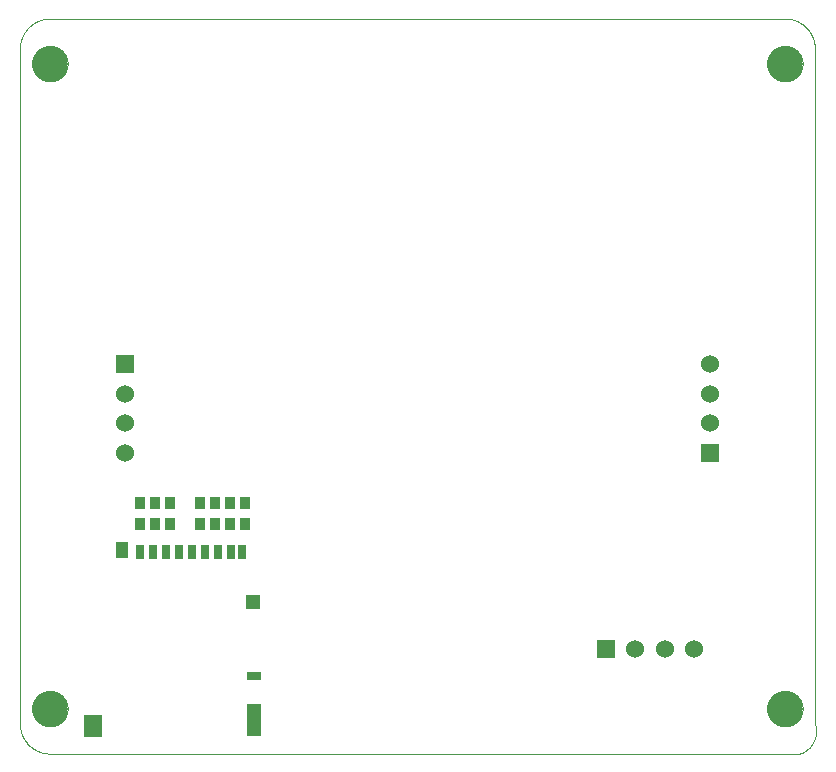
<source format=gbs>
G75*
%MOIN*%
%OFA0B0*%
%FSLAX25Y25*%
%IPPOS*%
%LPD*%
%AMOC8*
5,1,8,0,0,1.08239X$1,22.5*
%
%ADD10C,0.00000*%
%ADD11R,0.06000X0.06000*%
%ADD12C,0.06000*%
%ADD13R,0.03346X0.04134*%
%ADD14C,0.11811*%
%ADD15R,0.02756X0.04724*%
%ADD16R,0.03937X0.05512*%
%ADD17R,0.05906X0.07480*%
%ADD18R,0.04724X0.11024*%
%ADD19R,0.04724X0.03150*%
%ADD20R,0.04724X0.04724*%
D10*
X0081800Y0068933D02*
X0081800Y0293933D01*
X0081803Y0294175D01*
X0081812Y0294416D01*
X0081826Y0294657D01*
X0081847Y0294898D01*
X0081873Y0295138D01*
X0081905Y0295378D01*
X0081943Y0295617D01*
X0081986Y0295854D01*
X0082036Y0296091D01*
X0082091Y0296326D01*
X0082151Y0296560D01*
X0082218Y0296792D01*
X0082289Y0297023D01*
X0082367Y0297252D01*
X0082450Y0297479D01*
X0082538Y0297704D01*
X0082632Y0297927D01*
X0082731Y0298147D01*
X0082836Y0298365D01*
X0082945Y0298580D01*
X0083060Y0298793D01*
X0083180Y0299003D01*
X0083305Y0299209D01*
X0083435Y0299413D01*
X0083570Y0299614D01*
X0083710Y0299811D01*
X0083854Y0300005D01*
X0084003Y0300195D01*
X0084157Y0300381D01*
X0084315Y0300564D01*
X0084477Y0300743D01*
X0084644Y0300918D01*
X0084815Y0301089D01*
X0084990Y0301256D01*
X0085169Y0301418D01*
X0085352Y0301576D01*
X0085538Y0301730D01*
X0085728Y0301879D01*
X0085922Y0302023D01*
X0086119Y0302163D01*
X0086320Y0302298D01*
X0086524Y0302428D01*
X0086730Y0302553D01*
X0086940Y0302673D01*
X0087153Y0302788D01*
X0087368Y0302897D01*
X0087586Y0303002D01*
X0087806Y0303101D01*
X0088029Y0303195D01*
X0088254Y0303283D01*
X0088481Y0303366D01*
X0088710Y0303444D01*
X0088941Y0303515D01*
X0089173Y0303582D01*
X0089407Y0303642D01*
X0089642Y0303697D01*
X0089879Y0303747D01*
X0090116Y0303790D01*
X0090355Y0303828D01*
X0090595Y0303860D01*
X0090835Y0303886D01*
X0091076Y0303907D01*
X0091317Y0303921D01*
X0091558Y0303930D01*
X0091800Y0303933D01*
X0336800Y0303933D01*
X0337042Y0303930D01*
X0337283Y0303921D01*
X0337524Y0303907D01*
X0337765Y0303886D01*
X0338005Y0303860D01*
X0338245Y0303828D01*
X0338484Y0303790D01*
X0338721Y0303747D01*
X0338958Y0303697D01*
X0339193Y0303642D01*
X0339427Y0303582D01*
X0339659Y0303515D01*
X0339890Y0303444D01*
X0340119Y0303366D01*
X0340346Y0303283D01*
X0340571Y0303195D01*
X0340794Y0303101D01*
X0341014Y0303002D01*
X0341232Y0302897D01*
X0341447Y0302788D01*
X0341660Y0302673D01*
X0341870Y0302553D01*
X0342076Y0302428D01*
X0342280Y0302298D01*
X0342481Y0302163D01*
X0342678Y0302023D01*
X0342872Y0301879D01*
X0343062Y0301730D01*
X0343248Y0301576D01*
X0343431Y0301418D01*
X0343610Y0301256D01*
X0343785Y0301089D01*
X0343956Y0300918D01*
X0344123Y0300743D01*
X0344285Y0300564D01*
X0344443Y0300381D01*
X0344597Y0300195D01*
X0344746Y0300005D01*
X0344890Y0299811D01*
X0345030Y0299614D01*
X0345165Y0299413D01*
X0345295Y0299209D01*
X0345420Y0299003D01*
X0345540Y0298793D01*
X0345655Y0298580D01*
X0345764Y0298365D01*
X0345869Y0298147D01*
X0345968Y0297927D01*
X0346062Y0297704D01*
X0346150Y0297479D01*
X0346233Y0297252D01*
X0346311Y0297023D01*
X0346382Y0296792D01*
X0346449Y0296560D01*
X0346509Y0296326D01*
X0346564Y0296091D01*
X0346614Y0295854D01*
X0346657Y0295617D01*
X0346695Y0295378D01*
X0346727Y0295138D01*
X0346753Y0294898D01*
X0346774Y0294657D01*
X0346788Y0294416D01*
X0346797Y0294175D01*
X0346800Y0293933D01*
X0346800Y0068933D01*
X0346859Y0068751D01*
X0346912Y0068568D01*
X0346962Y0068383D01*
X0347007Y0068198D01*
X0347047Y0068011D01*
X0347083Y0067823D01*
X0347114Y0067635D01*
X0347141Y0067446D01*
X0347163Y0067256D01*
X0347181Y0067066D01*
X0347194Y0066875D01*
X0347202Y0066684D01*
X0347206Y0066493D01*
X0347205Y0066302D01*
X0347199Y0066111D01*
X0347189Y0065920D01*
X0347175Y0065730D01*
X0347155Y0065540D01*
X0347131Y0065350D01*
X0347103Y0065161D01*
X0347070Y0064973D01*
X0347032Y0064786D01*
X0346990Y0064599D01*
X0346944Y0064414D01*
X0346893Y0064230D01*
X0346837Y0064047D01*
X0346778Y0063866D01*
X0346713Y0063686D01*
X0346645Y0063507D01*
X0346572Y0063331D01*
X0346495Y0063156D01*
X0346414Y0062983D01*
X0346328Y0062812D01*
X0346239Y0062643D01*
X0346145Y0062477D01*
X0346047Y0062313D01*
X0345946Y0062151D01*
X0345840Y0061991D01*
X0345731Y0061835D01*
X0345618Y0061681D01*
X0345502Y0061529D01*
X0345381Y0061381D01*
X0345257Y0061235D01*
X0345130Y0061093D01*
X0344999Y0060954D01*
X0344865Y0060818D01*
X0344728Y0060685D01*
X0344587Y0060555D01*
X0344444Y0060429D01*
X0344297Y0060307D01*
X0344148Y0060188D01*
X0343995Y0060072D01*
X0343840Y0059961D01*
X0343683Y0059853D01*
X0343522Y0059749D01*
X0343360Y0059649D01*
X0343195Y0059553D01*
X0343027Y0059461D01*
X0342858Y0059373D01*
X0342686Y0059289D01*
X0342512Y0059209D01*
X0342337Y0059134D01*
X0342160Y0059062D01*
X0341981Y0058995D01*
X0341800Y0058933D01*
X0091800Y0058933D01*
X0091558Y0058936D01*
X0091317Y0058945D01*
X0091076Y0058959D01*
X0090835Y0058980D01*
X0090595Y0059006D01*
X0090355Y0059038D01*
X0090116Y0059076D01*
X0089879Y0059119D01*
X0089642Y0059169D01*
X0089407Y0059224D01*
X0089173Y0059284D01*
X0088941Y0059351D01*
X0088710Y0059422D01*
X0088481Y0059500D01*
X0088254Y0059583D01*
X0088029Y0059671D01*
X0087806Y0059765D01*
X0087586Y0059864D01*
X0087368Y0059969D01*
X0087153Y0060078D01*
X0086940Y0060193D01*
X0086730Y0060313D01*
X0086524Y0060438D01*
X0086320Y0060568D01*
X0086119Y0060703D01*
X0085922Y0060843D01*
X0085728Y0060987D01*
X0085538Y0061136D01*
X0085352Y0061290D01*
X0085169Y0061448D01*
X0084990Y0061610D01*
X0084815Y0061777D01*
X0084644Y0061948D01*
X0084477Y0062123D01*
X0084315Y0062302D01*
X0084157Y0062485D01*
X0084003Y0062671D01*
X0083854Y0062861D01*
X0083710Y0063055D01*
X0083570Y0063252D01*
X0083435Y0063453D01*
X0083305Y0063657D01*
X0083180Y0063863D01*
X0083060Y0064073D01*
X0082945Y0064286D01*
X0082836Y0064501D01*
X0082731Y0064719D01*
X0082632Y0064939D01*
X0082538Y0065162D01*
X0082450Y0065387D01*
X0082367Y0065614D01*
X0082289Y0065843D01*
X0082218Y0066074D01*
X0082151Y0066306D01*
X0082091Y0066540D01*
X0082036Y0066775D01*
X0081986Y0067012D01*
X0081943Y0067249D01*
X0081905Y0067488D01*
X0081873Y0067728D01*
X0081847Y0067968D01*
X0081826Y0068209D01*
X0081812Y0068450D01*
X0081803Y0068691D01*
X0081800Y0068933D01*
X0085894Y0073933D02*
X0085896Y0074086D01*
X0085902Y0074240D01*
X0085912Y0074393D01*
X0085926Y0074545D01*
X0085944Y0074698D01*
X0085966Y0074849D01*
X0085991Y0075000D01*
X0086021Y0075151D01*
X0086055Y0075301D01*
X0086092Y0075449D01*
X0086133Y0075597D01*
X0086178Y0075743D01*
X0086227Y0075889D01*
X0086280Y0076033D01*
X0086336Y0076175D01*
X0086396Y0076316D01*
X0086460Y0076456D01*
X0086527Y0076594D01*
X0086598Y0076730D01*
X0086673Y0076864D01*
X0086750Y0076996D01*
X0086832Y0077126D01*
X0086916Y0077254D01*
X0087004Y0077380D01*
X0087095Y0077503D01*
X0087189Y0077624D01*
X0087287Y0077742D01*
X0087387Y0077858D01*
X0087491Y0077971D01*
X0087597Y0078082D01*
X0087706Y0078190D01*
X0087818Y0078295D01*
X0087932Y0078396D01*
X0088050Y0078495D01*
X0088169Y0078591D01*
X0088291Y0078684D01*
X0088416Y0078773D01*
X0088543Y0078860D01*
X0088672Y0078942D01*
X0088803Y0079022D01*
X0088936Y0079098D01*
X0089071Y0079171D01*
X0089208Y0079240D01*
X0089347Y0079305D01*
X0089487Y0079367D01*
X0089629Y0079425D01*
X0089772Y0079480D01*
X0089917Y0079531D01*
X0090063Y0079578D01*
X0090210Y0079621D01*
X0090358Y0079660D01*
X0090507Y0079696D01*
X0090657Y0079727D01*
X0090808Y0079755D01*
X0090959Y0079779D01*
X0091112Y0079799D01*
X0091264Y0079815D01*
X0091417Y0079827D01*
X0091570Y0079835D01*
X0091723Y0079839D01*
X0091877Y0079839D01*
X0092030Y0079835D01*
X0092183Y0079827D01*
X0092336Y0079815D01*
X0092488Y0079799D01*
X0092641Y0079779D01*
X0092792Y0079755D01*
X0092943Y0079727D01*
X0093093Y0079696D01*
X0093242Y0079660D01*
X0093390Y0079621D01*
X0093537Y0079578D01*
X0093683Y0079531D01*
X0093828Y0079480D01*
X0093971Y0079425D01*
X0094113Y0079367D01*
X0094253Y0079305D01*
X0094392Y0079240D01*
X0094529Y0079171D01*
X0094664Y0079098D01*
X0094797Y0079022D01*
X0094928Y0078942D01*
X0095057Y0078860D01*
X0095184Y0078773D01*
X0095309Y0078684D01*
X0095431Y0078591D01*
X0095550Y0078495D01*
X0095668Y0078396D01*
X0095782Y0078295D01*
X0095894Y0078190D01*
X0096003Y0078082D01*
X0096109Y0077971D01*
X0096213Y0077858D01*
X0096313Y0077742D01*
X0096411Y0077624D01*
X0096505Y0077503D01*
X0096596Y0077380D01*
X0096684Y0077254D01*
X0096768Y0077126D01*
X0096850Y0076996D01*
X0096927Y0076864D01*
X0097002Y0076730D01*
X0097073Y0076594D01*
X0097140Y0076456D01*
X0097204Y0076316D01*
X0097264Y0076175D01*
X0097320Y0076033D01*
X0097373Y0075889D01*
X0097422Y0075743D01*
X0097467Y0075597D01*
X0097508Y0075449D01*
X0097545Y0075301D01*
X0097579Y0075151D01*
X0097609Y0075000D01*
X0097634Y0074849D01*
X0097656Y0074698D01*
X0097674Y0074545D01*
X0097688Y0074393D01*
X0097698Y0074240D01*
X0097704Y0074086D01*
X0097706Y0073933D01*
X0097704Y0073780D01*
X0097698Y0073626D01*
X0097688Y0073473D01*
X0097674Y0073321D01*
X0097656Y0073168D01*
X0097634Y0073017D01*
X0097609Y0072866D01*
X0097579Y0072715D01*
X0097545Y0072565D01*
X0097508Y0072417D01*
X0097467Y0072269D01*
X0097422Y0072123D01*
X0097373Y0071977D01*
X0097320Y0071833D01*
X0097264Y0071691D01*
X0097204Y0071550D01*
X0097140Y0071410D01*
X0097073Y0071272D01*
X0097002Y0071136D01*
X0096927Y0071002D01*
X0096850Y0070870D01*
X0096768Y0070740D01*
X0096684Y0070612D01*
X0096596Y0070486D01*
X0096505Y0070363D01*
X0096411Y0070242D01*
X0096313Y0070124D01*
X0096213Y0070008D01*
X0096109Y0069895D01*
X0096003Y0069784D01*
X0095894Y0069676D01*
X0095782Y0069571D01*
X0095668Y0069470D01*
X0095550Y0069371D01*
X0095431Y0069275D01*
X0095309Y0069182D01*
X0095184Y0069093D01*
X0095057Y0069006D01*
X0094928Y0068924D01*
X0094797Y0068844D01*
X0094664Y0068768D01*
X0094529Y0068695D01*
X0094392Y0068626D01*
X0094253Y0068561D01*
X0094113Y0068499D01*
X0093971Y0068441D01*
X0093828Y0068386D01*
X0093683Y0068335D01*
X0093537Y0068288D01*
X0093390Y0068245D01*
X0093242Y0068206D01*
X0093093Y0068170D01*
X0092943Y0068139D01*
X0092792Y0068111D01*
X0092641Y0068087D01*
X0092488Y0068067D01*
X0092336Y0068051D01*
X0092183Y0068039D01*
X0092030Y0068031D01*
X0091877Y0068027D01*
X0091723Y0068027D01*
X0091570Y0068031D01*
X0091417Y0068039D01*
X0091264Y0068051D01*
X0091112Y0068067D01*
X0090959Y0068087D01*
X0090808Y0068111D01*
X0090657Y0068139D01*
X0090507Y0068170D01*
X0090358Y0068206D01*
X0090210Y0068245D01*
X0090063Y0068288D01*
X0089917Y0068335D01*
X0089772Y0068386D01*
X0089629Y0068441D01*
X0089487Y0068499D01*
X0089347Y0068561D01*
X0089208Y0068626D01*
X0089071Y0068695D01*
X0088936Y0068768D01*
X0088803Y0068844D01*
X0088672Y0068924D01*
X0088543Y0069006D01*
X0088416Y0069093D01*
X0088291Y0069182D01*
X0088169Y0069275D01*
X0088050Y0069371D01*
X0087932Y0069470D01*
X0087818Y0069571D01*
X0087706Y0069676D01*
X0087597Y0069784D01*
X0087491Y0069895D01*
X0087387Y0070008D01*
X0087287Y0070124D01*
X0087189Y0070242D01*
X0087095Y0070363D01*
X0087004Y0070486D01*
X0086916Y0070612D01*
X0086832Y0070740D01*
X0086750Y0070870D01*
X0086673Y0071002D01*
X0086598Y0071136D01*
X0086527Y0071272D01*
X0086460Y0071410D01*
X0086396Y0071550D01*
X0086336Y0071691D01*
X0086280Y0071833D01*
X0086227Y0071977D01*
X0086178Y0072123D01*
X0086133Y0072269D01*
X0086092Y0072417D01*
X0086055Y0072565D01*
X0086021Y0072715D01*
X0085991Y0072866D01*
X0085966Y0073017D01*
X0085944Y0073168D01*
X0085926Y0073321D01*
X0085912Y0073473D01*
X0085902Y0073626D01*
X0085896Y0073780D01*
X0085894Y0073933D01*
X0330894Y0073933D02*
X0330896Y0074086D01*
X0330902Y0074240D01*
X0330912Y0074393D01*
X0330926Y0074545D01*
X0330944Y0074698D01*
X0330966Y0074849D01*
X0330991Y0075000D01*
X0331021Y0075151D01*
X0331055Y0075301D01*
X0331092Y0075449D01*
X0331133Y0075597D01*
X0331178Y0075743D01*
X0331227Y0075889D01*
X0331280Y0076033D01*
X0331336Y0076175D01*
X0331396Y0076316D01*
X0331460Y0076456D01*
X0331527Y0076594D01*
X0331598Y0076730D01*
X0331673Y0076864D01*
X0331750Y0076996D01*
X0331832Y0077126D01*
X0331916Y0077254D01*
X0332004Y0077380D01*
X0332095Y0077503D01*
X0332189Y0077624D01*
X0332287Y0077742D01*
X0332387Y0077858D01*
X0332491Y0077971D01*
X0332597Y0078082D01*
X0332706Y0078190D01*
X0332818Y0078295D01*
X0332932Y0078396D01*
X0333050Y0078495D01*
X0333169Y0078591D01*
X0333291Y0078684D01*
X0333416Y0078773D01*
X0333543Y0078860D01*
X0333672Y0078942D01*
X0333803Y0079022D01*
X0333936Y0079098D01*
X0334071Y0079171D01*
X0334208Y0079240D01*
X0334347Y0079305D01*
X0334487Y0079367D01*
X0334629Y0079425D01*
X0334772Y0079480D01*
X0334917Y0079531D01*
X0335063Y0079578D01*
X0335210Y0079621D01*
X0335358Y0079660D01*
X0335507Y0079696D01*
X0335657Y0079727D01*
X0335808Y0079755D01*
X0335959Y0079779D01*
X0336112Y0079799D01*
X0336264Y0079815D01*
X0336417Y0079827D01*
X0336570Y0079835D01*
X0336723Y0079839D01*
X0336877Y0079839D01*
X0337030Y0079835D01*
X0337183Y0079827D01*
X0337336Y0079815D01*
X0337488Y0079799D01*
X0337641Y0079779D01*
X0337792Y0079755D01*
X0337943Y0079727D01*
X0338093Y0079696D01*
X0338242Y0079660D01*
X0338390Y0079621D01*
X0338537Y0079578D01*
X0338683Y0079531D01*
X0338828Y0079480D01*
X0338971Y0079425D01*
X0339113Y0079367D01*
X0339253Y0079305D01*
X0339392Y0079240D01*
X0339529Y0079171D01*
X0339664Y0079098D01*
X0339797Y0079022D01*
X0339928Y0078942D01*
X0340057Y0078860D01*
X0340184Y0078773D01*
X0340309Y0078684D01*
X0340431Y0078591D01*
X0340550Y0078495D01*
X0340668Y0078396D01*
X0340782Y0078295D01*
X0340894Y0078190D01*
X0341003Y0078082D01*
X0341109Y0077971D01*
X0341213Y0077858D01*
X0341313Y0077742D01*
X0341411Y0077624D01*
X0341505Y0077503D01*
X0341596Y0077380D01*
X0341684Y0077254D01*
X0341768Y0077126D01*
X0341850Y0076996D01*
X0341927Y0076864D01*
X0342002Y0076730D01*
X0342073Y0076594D01*
X0342140Y0076456D01*
X0342204Y0076316D01*
X0342264Y0076175D01*
X0342320Y0076033D01*
X0342373Y0075889D01*
X0342422Y0075743D01*
X0342467Y0075597D01*
X0342508Y0075449D01*
X0342545Y0075301D01*
X0342579Y0075151D01*
X0342609Y0075000D01*
X0342634Y0074849D01*
X0342656Y0074698D01*
X0342674Y0074545D01*
X0342688Y0074393D01*
X0342698Y0074240D01*
X0342704Y0074086D01*
X0342706Y0073933D01*
X0342704Y0073780D01*
X0342698Y0073626D01*
X0342688Y0073473D01*
X0342674Y0073321D01*
X0342656Y0073168D01*
X0342634Y0073017D01*
X0342609Y0072866D01*
X0342579Y0072715D01*
X0342545Y0072565D01*
X0342508Y0072417D01*
X0342467Y0072269D01*
X0342422Y0072123D01*
X0342373Y0071977D01*
X0342320Y0071833D01*
X0342264Y0071691D01*
X0342204Y0071550D01*
X0342140Y0071410D01*
X0342073Y0071272D01*
X0342002Y0071136D01*
X0341927Y0071002D01*
X0341850Y0070870D01*
X0341768Y0070740D01*
X0341684Y0070612D01*
X0341596Y0070486D01*
X0341505Y0070363D01*
X0341411Y0070242D01*
X0341313Y0070124D01*
X0341213Y0070008D01*
X0341109Y0069895D01*
X0341003Y0069784D01*
X0340894Y0069676D01*
X0340782Y0069571D01*
X0340668Y0069470D01*
X0340550Y0069371D01*
X0340431Y0069275D01*
X0340309Y0069182D01*
X0340184Y0069093D01*
X0340057Y0069006D01*
X0339928Y0068924D01*
X0339797Y0068844D01*
X0339664Y0068768D01*
X0339529Y0068695D01*
X0339392Y0068626D01*
X0339253Y0068561D01*
X0339113Y0068499D01*
X0338971Y0068441D01*
X0338828Y0068386D01*
X0338683Y0068335D01*
X0338537Y0068288D01*
X0338390Y0068245D01*
X0338242Y0068206D01*
X0338093Y0068170D01*
X0337943Y0068139D01*
X0337792Y0068111D01*
X0337641Y0068087D01*
X0337488Y0068067D01*
X0337336Y0068051D01*
X0337183Y0068039D01*
X0337030Y0068031D01*
X0336877Y0068027D01*
X0336723Y0068027D01*
X0336570Y0068031D01*
X0336417Y0068039D01*
X0336264Y0068051D01*
X0336112Y0068067D01*
X0335959Y0068087D01*
X0335808Y0068111D01*
X0335657Y0068139D01*
X0335507Y0068170D01*
X0335358Y0068206D01*
X0335210Y0068245D01*
X0335063Y0068288D01*
X0334917Y0068335D01*
X0334772Y0068386D01*
X0334629Y0068441D01*
X0334487Y0068499D01*
X0334347Y0068561D01*
X0334208Y0068626D01*
X0334071Y0068695D01*
X0333936Y0068768D01*
X0333803Y0068844D01*
X0333672Y0068924D01*
X0333543Y0069006D01*
X0333416Y0069093D01*
X0333291Y0069182D01*
X0333169Y0069275D01*
X0333050Y0069371D01*
X0332932Y0069470D01*
X0332818Y0069571D01*
X0332706Y0069676D01*
X0332597Y0069784D01*
X0332491Y0069895D01*
X0332387Y0070008D01*
X0332287Y0070124D01*
X0332189Y0070242D01*
X0332095Y0070363D01*
X0332004Y0070486D01*
X0331916Y0070612D01*
X0331832Y0070740D01*
X0331750Y0070870D01*
X0331673Y0071002D01*
X0331598Y0071136D01*
X0331527Y0071272D01*
X0331460Y0071410D01*
X0331396Y0071550D01*
X0331336Y0071691D01*
X0331280Y0071833D01*
X0331227Y0071977D01*
X0331178Y0072123D01*
X0331133Y0072269D01*
X0331092Y0072417D01*
X0331055Y0072565D01*
X0331021Y0072715D01*
X0330991Y0072866D01*
X0330966Y0073017D01*
X0330944Y0073168D01*
X0330926Y0073321D01*
X0330912Y0073473D01*
X0330902Y0073626D01*
X0330896Y0073780D01*
X0330894Y0073933D01*
X0330894Y0288933D02*
X0330896Y0289086D01*
X0330902Y0289240D01*
X0330912Y0289393D01*
X0330926Y0289545D01*
X0330944Y0289698D01*
X0330966Y0289849D01*
X0330991Y0290000D01*
X0331021Y0290151D01*
X0331055Y0290301D01*
X0331092Y0290449D01*
X0331133Y0290597D01*
X0331178Y0290743D01*
X0331227Y0290889D01*
X0331280Y0291033D01*
X0331336Y0291175D01*
X0331396Y0291316D01*
X0331460Y0291456D01*
X0331527Y0291594D01*
X0331598Y0291730D01*
X0331673Y0291864D01*
X0331750Y0291996D01*
X0331832Y0292126D01*
X0331916Y0292254D01*
X0332004Y0292380D01*
X0332095Y0292503D01*
X0332189Y0292624D01*
X0332287Y0292742D01*
X0332387Y0292858D01*
X0332491Y0292971D01*
X0332597Y0293082D01*
X0332706Y0293190D01*
X0332818Y0293295D01*
X0332932Y0293396D01*
X0333050Y0293495D01*
X0333169Y0293591D01*
X0333291Y0293684D01*
X0333416Y0293773D01*
X0333543Y0293860D01*
X0333672Y0293942D01*
X0333803Y0294022D01*
X0333936Y0294098D01*
X0334071Y0294171D01*
X0334208Y0294240D01*
X0334347Y0294305D01*
X0334487Y0294367D01*
X0334629Y0294425D01*
X0334772Y0294480D01*
X0334917Y0294531D01*
X0335063Y0294578D01*
X0335210Y0294621D01*
X0335358Y0294660D01*
X0335507Y0294696D01*
X0335657Y0294727D01*
X0335808Y0294755D01*
X0335959Y0294779D01*
X0336112Y0294799D01*
X0336264Y0294815D01*
X0336417Y0294827D01*
X0336570Y0294835D01*
X0336723Y0294839D01*
X0336877Y0294839D01*
X0337030Y0294835D01*
X0337183Y0294827D01*
X0337336Y0294815D01*
X0337488Y0294799D01*
X0337641Y0294779D01*
X0337792Y0294755D01*
X0337943Y0294727D01*
X0338093Y0294696D01*
X0338242Y0294660D01*
X0338390Y0294621D01*
X0338537Y0294578D01*
X0338683Y0294531D01*
X0338828Y0294480D01*
X0338971Y0294425D01*
X0339113Y0294367D01*
X0339253Y0294305D01*
X0339392Y0294240D01*
X0339529Y0294171D01*
X0339664Y0294098D01*
X0339797Y0294022D01*
X0339928Y0293942D01*
X0340057Y0293860D01*
X0340184Y0293773D01*
X0340309Y0293684D01*
X0340431Y0293591D01*
X0340550Y0293495D01*
X0340668Y0293396D01*
X0340782Y0293295D01*
X0340894Y0293190D01*
X0341003Y0293082D01*
X0341109Y0292971D01*
X0341213Y0292858D01*
X0341313Y0292742D01*
X0341411Y0292624D01*
X0341505Y0292503D01*
X0341596Y0292380D01*
X0341684Y0292254D01*
X0341768Y0292126D01*
X0341850Y0291996D01*
X0341927Y0291864D01*
X0342002Y0291730D01*
X0342073Y0291594D01*
X0342140Y0291456D01*
X0342204Y0291316D01*
X0342264Y0291175D01*
X0342320Y0291033D01*
X0342373Y0290889D01*
X0342422Y0290743D01*
X0342467Y0290597D01*
X0342508Y0290449D01*
X0342545Y0290301D01*
X0342579Y0290151D01*
X0342609Y0290000D01*
X0342634Y0289849D01*
X0342656Y0289698D01*
X0342674Y0289545D01*
X0342688Y0289393D01*
X0342698Y0289240D01*
X0342704Y0289086D01*
X0342706Y0288933D01*
X0342704Y0288780D01*
X0342698Y0288626D01*
X0342688Y0288473D01*
X0342674Y0288321D01*
X0342656Y0288168D01*
X0342634Y0288017D01*
X0342609Y0287866D01*
X0342579Y0287715D01*
X0342545Y0287565D01*
X0342508Y0287417D01*
X0342467Y0287269D01*
X0342422Y0287123D01*
X0342373Y0286977D01*
X0342320Y0286833D01*
X0342264Y0286691D01*
X0342204Y0286550D01*
X0342140Y0286410D01*
X0342073Y0286272D01*
X0342002Y0286136D01*
X0341927Y0286002D01*
X0341850Y0285870D01*
X0341768Y0285740D01*
X0341684Y0285612D01*
X0341596Y0285486D01*
X0341505Y0285363D01*
X0341411Y0285242D01*
X0341313Y0285124D01*
X0341213Y0285008D01*
X0341109Y0284895D01*
X0341003Y0284784D01*
X0340894Y0284676D01*
X0340782Y0284571D01*
X0340668Y0284470D01*
X0340550Y0284371D01*
X0340431Y0284275D01*
X0340309Y0284182D01*
X0340184Y0284093D01*
X0340057Y0284006D01*
X0339928Y0283924D01*
X0339797Y0283844D01*
X0339664Y0283768D01*
X0339529Y0283695D01*
X0339392Y0283626D01*
X0339253Y0283561D01*
X0339113Y0283499D01*
X0338971Y0283441D01*
X0338828Y0283386D01*
X0338683Y0283335D01*
X0338537Y0283288D01*
X0338390Y0283245D01*
X0338242Y0283206D01*
X0338093Y0283170D01*
X0337943Y0283139D01*
X0337792Y0283111D01*
X0337641Y0283087D01*
X0337488Y0283067D01*
X0337336Y0283051D01*
X0337183Y0283039D01*
X0337030Y0283031D01*
X0336877Y0283027D01*
X0336723Y0283027D01*
X0336570Y0283031D01*
X0336417Y0283039D01*
X0336264Y0283051D01*
X0336112Y0283067D01*
X0335959Y0283087D01*
X0335808Y0283111D01*
X0335657Y0283139D01*
X0335507Y0283170D01*
X0335358Y0283206D01*
X0335210Y0283245D01*
X0335063Y0283288D01*
X0334917Y0283335D01*
X0334772Y0283386D01*
X0334629Y0283441D01*
X0334487Y0283499D01*
X0334347Y0283561D01*
X0334208Y0283626D01*
X0334071Y0283695D01*
X0333936Y0283768D01*
X0333803Y0283844D01*
X0333672Y0283924D01*
X0333543Y0284006D01*
X0333416Y0284093D01*
X0333291Y0284182D01*
X0333169Y0284275D01*
X0333050Y0284371D01*
X0332932Y0284470D01*
X0332818Y0284571D01*
X0332706Y0284676D01*
X0332597Y0284784D01*
X0332491Y0284895D01*
X0332387Y0285008D01*
X0332287Y0285124D01*
X0332189Y0285242D01*
X0332095Y0285363D01*
X0332004Y0285486D01*
X0331916Y0285612D01*
X0331832Y0285740D01*
X0331750Y0285870D01*
X0331673Y0286002D01*
X0331598Y0286136D01*
X0331527Y0286272D01*
X0331460Y0286410D01*
X0331396Y0286550D01*
X0331336Y0286691D01*
X0331280Y0286833D01*
X0331227Y0286977D01*
X0331178Y0287123D01*
X0331133Y0287269D01*
X0331092Y0287417D01*
X0331055Y0287565D01*
X0331021Y0287715D01*
X0330991Y0287866D01*
X0330966Y0288017D01*
X0330944Y0288168D01*
X0330926Y0288321D01*
X0330912Y0288473D01*
X0330902Y0288626D01*
X0330896Y0288780D01*
X0330894Y0288933D01*
X0085894Y0288933D02*
X0085896Y0289086D01*
X0085902Y0289240D01*
X0085912Y0289393D01*
X0085926Y0289545D01*
X0085944Y0289698D01*
X0085966Y0289849D01*
X0085991Y0290000D01*
X0086021Y0290151D01*
X0086055Y0290301D01*
X0086092Y0290449D01*
X0086133Y0290597D01*
X0086178Y0290743D01*
X0086227Y0290889D01*
X0086280Y0291033D01*
X0086336Y0291175D01*
X0086396Y0291316D01*
X0086460Y0291456D01*
X0086527Y0291594D01*
X0086598Y0291730D01*
X0086673Y0291864D01*
X0086750Y0291996D01*
X0086832Y0292126D01*
X0086916Y0292254D01*
X0087004Y0292380D01*
X0087095Y0292503D01*
X0087189Y0292624D01*
X0087287Y0292742D01*
X0087387Y0292858D01*
X0087491Y0292971D01*
X0087597Y0293082D01*
X0087706Y0293190D01*
X0087818Y0293295D01*
X0087932Y0293396D01*
X0088050Y0293495D01*
X0088169Y0293591D01*
X0088291Y0293684D01*
X0088416Y0293773D01*
X0088543Y0293860D01*
X0088672Y0293942D01*
X0088803Y0294022D01*
X0088936Y0294098D01*
X0089071Y0294171D01*
X0089208Y0294240D01*
X0089347Y0294305D01*
X0089487Y0294367D01*
X0089629Y0294425D01*
X0089772Y0294480D01*
X0089917Y0294531D01*
X0090063Y0294578D01*
X0090210Y0294621D01*
X0090358Y0294660D01*
X0090507Y0294696D01*
X0090657Y0294727D01*
X0090808Y0294755D01*
X0090959Y0294779D01*
X0091112Y0294799D01*
X0091264Y0294815D01*
X0091417Y0294827D01*
X0091570Y0294835D01*
X0091723Y0294839D01*
X0091877Y0294839D01*
X0092030Y0294835D01*
X0092183Y0294827D01*
X0092336Y0294815D01*
X0092488Y0294799D01*
X0092641Y0294779D01*
X0092792Y0294755D01*
X0092943Y0294727D01*
X0093093Y0294696D01*
X0093242Y0294660D01*
X0093390Y0294621D01*
X0093537Y0294578D01*
X0093683Y0294531D01*
X0093828Y0294480D01*
X0093971Y0294425D01*
X0094113Y0294367D01*
X0094253Y0294305D01*
X0094392Y0294240D01*
X0094529Y0294171D01*
X0094664Y0294098D01*
X0094797Y0294022D01*
X0094928Y0293942D01*
X0095057Y0293860D01*
X0095184Y0293773D01*
X0095309Y0293684D01*
X0095431Y0293591D01*
X0095550Y0293495D01*
X0095668Y0293396D01*
X0095782Y0293295D01*
X0095894Y0293190D01*
X0096003Y0293082D01*
X0096109Y0292971D01*
X0096213Y0292858D01*
X0096313Y0292742D01*
X0096411Y0292624D01*
X0096505Y0292503D01*
X0096596Y0292380D01*
X0096684Y0292254D01*
X0096768Y0292126D01*
X0096850Y0291996D01*
X0096927Y0291864D01*
X0097002Y0291730D01*
X0097073Y0291594D01*
X0097140Y0291456D01*
X0097204Y0291316D01*
X0097264Y0291175D01*
X0097320Y0291033D01*
X0097373Y0290889D01*
X0097422Y0290743D01*
X0097467Y0290597D01*
X0097508Y0290449D01*
X0097545Y0290301D01*
X0097579Y0290151D01*
X0097609Y0290000D01*
X0097634Y0289849D01*
X0097656Y0289698D01*
X0097674Y0289545D01*
X0097688Y0289393D01*
X0097698Y0289240D01*
X0097704Y0289086D01*
X0097706Y0288933D01*
X0097704Y0288780D01*
X0097698Y0288626D01*
X0097688Y0288473D01*
X0097674Y0288321D01*
X0097656Y0288168D01*
X0097634Y0288017D01*
X0097609Y0287866D01*
X0097579Y0287715D01*
X0097545Y0287565D01*
X0097508Y0287417D01*
X0097467Y0287269D01*
X0097422Y0287123D01*
X0097373Y0286977D01*
X0097320Y0286833D01*
X0097264Y0286691D01*
X0097204Y0286550D01*
X0097140Y0286410D01*
X0097073Y0286272D01*
X0097002Y0286136D01*
X0096927Y0286002D01*
X0096850Y0285870D01*
X0096768Y0285740D01*
X0096684Y0285612D01*
X0096596Y0285486D01*
X0096505Y0285363D01*
X0096411Y0285242D01*
X0096313Y0285124D01*
X0096213Y0285008D01*
X0096109Y0284895D01*
X0096003Y0284784D01*
X0095894Y0284676D01*
X0095782Y0284571D01*
X0095668Y0284470D01*
X0095550Y0284371D01*
X0095431Y0284275D01*
X0095309Y0284182D01*
X0095184Y0284093D01*
X0095057Y0284006D01*
X0094928Y0283924D01*
X0094797Y0283844D01*
X0094664Y0283768D01*
X0094529Y0283695D01*
X0094392Y0283626D01*
X0094253Y0283561D01*
X0094113Y0283499D01*
X0093971Y0283441D01*
X0093828Y0283386D01*
X0093683Y0283335D01*
X0093537Y0283288D01*
X0093390Y0283245D01*
X0093242Y0283206D01*
X0093093Y0283170D01*
X0092943Y0283139D01*
X0092792Y0283111D01*
X0092641Y0283087D01*
X0092488Y0283067D01*
X0092336Y0283051D01*
X0092183Y0283039D01*
X0092030Y0283031D01*
X0091877Y0283027D01*
X0091723Y0283027D01*
X0091570Y0283031D01*
X0091417Y0283039D01*
X0091264Y0283051D01*
X0091112Y0283067D01*
X0090959Y0283087D01*
X0090808Y0283111D01*
X0090657Y0283139D01*
X0090507Y0283170D01*
X0090358Y0283206D01*
X0090210Y0283245D01*
X0090063Y0283288D01*
X0089917Y0283335D01*
X0089772Y0283386D01*
X0089629Y0283441D01*
X0089487Y0283499D01*
X0089347Y0283561D01*
X0089208Y0283626D01*
X0089071Y0283695D01*
X0088936Y0283768D01*
X0088803Y0283844D01*
X0088672Y0283924D01*
X0088543Y0284006D01*
X0088416Y0284093D01*
X0088291Y0284182D01*
X0088169Y0284275D01*
X0088050Y0284371D01*
X0087932Y0284470D01*
X0087818Y0284571D01*
X0087706Y0284676D01*
X0087597Y0284784D01*
X0087491Y0284895D01*
X0087387Y0285008D01*
X0087287Y0285124D01*
X0087189Y0285242D01*
X0087095Y0285363D01*
X0087004Y0285486D01*
X0086916Y0285612D01*
X0086832Y0285740D01*
X0086750Y0285870D01*
X0086673Y0286002D01*
X0086598Y0286136D01*
X0086527Y0286272D01*
X0086460Y0286410D01*
X0086396Y0286550D01*
X0086336Y0286691D01*
X0086280Y0286833D01*
X0086227Y0286977D01*
X0086178Y0287123D01*
X0086133Y0287269D01*
X0086092Y0287417D01*
X0086055Y0287565D01*
X0086021Y0287715D01*
X0085991Y0287866D01*
X0085966Y0288017D01*
X0085944Y0288168D01*
X0085926Y0288321D01*
X0085912Y0288473D01*
X0085902Y0288626D01*
X0085896Y0288780D01*
X0085894Y0288933D01*
D11*
X0116800Y0188697D03*
X0277036Y0093933D03*
X0311800Y0159169D03*
D12*
X0311800Y0169012D03*
X0311800Y0178854D03*
X0311800Y0188697D03*
X0306564Y0093933D03*
X0296721Y0093933D03*
X0286879Y0093933D03*
X0116800Y0159169D03*
X0116800Y0169012D03*
X0116800Y0178854D03*
D13*
X0121800Y0142378D03*
X0126800Y0142378D03*
X0131800Y0142378D03*
X0131800Y0135488D03*
X0126800Y0135488D03*
X0121800Y0135488D03*
X0141800Y0135488D03*
X0146800Y0135488D03*
X0151800Y0135488D03*
X0156800Y0135488D03*
X0156800Y0142378D03*
X0151800Y0142378D03*
X0146800Y0142378D03*
X0141800Y0142378D03*
D14*
X0091800Y0073933D03*
X0336800Y0073933D03*
X0336800Y0288933D03*
X0091800Y0288933D03*
D15*
X0121800Y0126295D03*
X0126131Y0126295D03*
X0130461Y0126295D03*
X0134792Y0126295D03*
X0139123Y0126295D03*
X0143454Y0126295D03*
X0147784Y0126295D03*
X0152115Y0126295D03*
X0155855Y0126295D03*
D16*
X0115698Y0126689D03*
D17*
X0106052Y0068224D03*
D18*
X0159989Y0069996D03*
D19*
X0159989Y0084957D03*
D20*
X0159595Y0109366D03*
M02*

</source>
